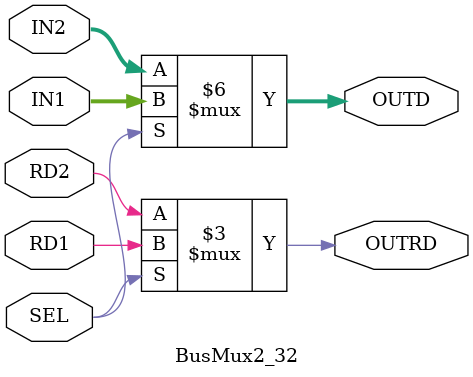
<source format=v>
`timescale 1ns / 1ps
module BusMux2_32(IN1,IN2,RD1,RD2,SEL,OUTD,OUTRD);

	input [31:0] IN1, IN2;
	input RD1,RD2,SEL;
	output reg [31:0] OUTD;
	output reg OUTRD;
	
	always @(*)
	begin
		if (SEL) begin
			OUTD = IN1;
			OUTRD = RD1;
		end else begin
			OUTD = IN2;
			OUTRD = RD2;
		end
	end

endmodule

</source>
